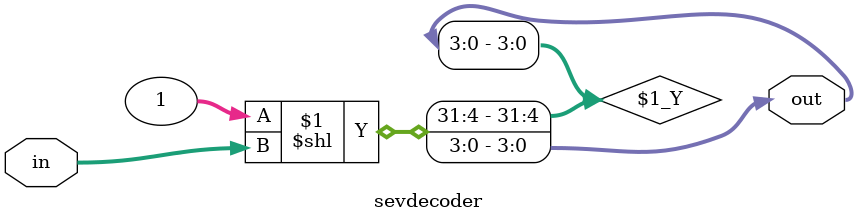
<source format=sv>
`timescale 1ns / 1ps


module sevdecoder #(
    parameter n = 2
)(
    input logic [n-1:0]in,
    output logic [(1 << n) - 1: 0]out
);

    assign out = (1 << in);

endmodule 

</source>
